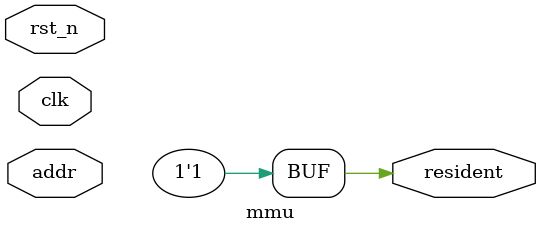
<source format=sv>
module mmu (
    input  logic        clk,
    input  logic        rst_n,
    input  logic [47:0] addr,
    output logic        resident
);

    // Minimal MMU model for tests: treat all addresses as resident.
    // This can be extended later with page tables / residency maps.
    assign resident = 1'b1;

endmodule

</source>
